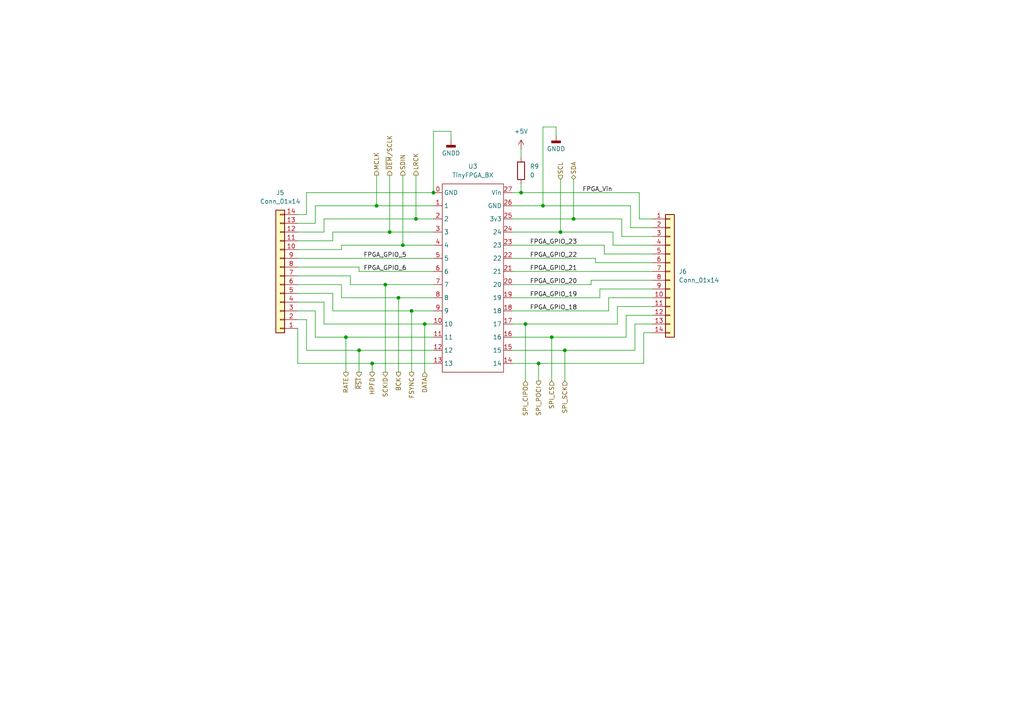
<source format=kicad_sch>
(kicad_sch (version 20211123) (generator eeschema)
  (paper "A4")
  (lib_symbols
    (symbol "Connectors:Conn_01x14" (pin_names (offset 1.016) hide)
      (property "Reference" "J" (at 0 17.78 0))
      (property "Value" "Conn_01x14" (at 0 -20.32 0))
      (symbol "Conn_01x14_1_1"
        (rectangle (start -1.27 -17.653) (end 0 -17.907) (stroke (width 0.1524)))
        (rectangle (start -1.27 -15.113) (end 0 -15.367) (stroke (width 0.1524)))
        (rectangle (start -1.27 -12.573) (end 0 -12.827) (stroke (width 0.1524)))
        (rectangle (start -1.27 -10.033) (end 0 -10.287) (stroke (width 0.1524)))
        (rectangle (start -1.27 -7.493) (end 0 -7.747) (stroke (width 0.1524)))
        (rectangle (start -1.27 -4.953) (end 0 -5.207) (stroke (width 0.1524)))
        (rectangle (start -1.27 -2.413) (end 0 -2.667) (stroke (width 0.1524)))
        (rectangle (start -1.27 0.127) (end 0 -0.127) (stroke (width 0.1524)))
        (rectangle (start -1.27 2.667) (end 0 2.413) (stroke (width 0.1524)))
        (rectangle (start -1.27 5.207) (end 0 4.953) (stroke (width 0.1524)))
        (rectangle (start -1.27 7.747) (end 0 7.493) (stroke (width 0.1524)))
        (rectangle (start -1.27 10.287) (end 0 10.033) (stroke (width 0.1524)))
        (rectangle (start -1.27 12.827) (end 0 12.573) (stroke (width 0.1524)))
        (rectangle (start -1.27 15.367) (end 0 15.113) (stroke (width 0.1524)))
        (rectangle (start -1.27 16.51) (end 1.27 -19.05) (stroke (width 0.254)) (fill (type background)))
        (pin passive line (at -5.08 15.24 0) (length 3.81) (name "Pin_1") (number "1"))
        (pin passive line (at -5.08 -7.62 0) (length 3.81) (name "Pin_10") (number "10"))
        (pin passive line (at -5.08 -10.16 0) (length 3.81) (name "Pin_11") (number "11"))
        (pin passive line (at -5.08 -12.7 0) (length 3.81) (name "Pin_12") (number "12"))
        (pin passive line (at -5.08 -15.24 0) (length 3.81) (name "Pin_13") (number "13"))
        (pin passive line (at -5.08 -17.78 0) (length 3.81) (name "Pin_14") (number "14"))
        (pin passive line (at -5.08 12.7 0) (length 3.81) (name "Pin_2") (number "2"))
        (pin passive line (at -5.08 10.16 0) (length 3.81) (name "Pin_3") (number "3"))
        (pin passive line (at -5.08 7.62 0) (length 3.81) (name "Pin_4") (number "4"))
        (pin passive line (at -5.08 5.08 0) (length 3.81) (name "Pin_5") (number "5"))
        (pin passive line (at -5.08 2.54 0) (length 3.81) (name "Pin_6") (number "6"))
        (pin passive line (at -5.08 0 0) (length 3.81) (name "Pin_7") (number "7"))
        (pin passive line (at -5.08 -2.54 0) (length 3.81) (name "Pin_8") (number "8"))
        (pin passive line (at -5.08 -5.08 0) (length 3.81) (name "Pin_9") (number "9"))
      )
    )
    (symbol "FPGA:TinyFPGA_BX"
      (property "Reference" "U" (at 0 0 0))
      (property "Value" "TinyFPGA_BX" (at 0 0 0))
      (symbol "TinyFPGA_BX_0_0"
        (pin power_in line (at 0 0 0) (length 2.54) (name "GND") (number "0"))
        (pin bidirectional line (at 0 -3.81 0) (length 2.54) (name "1") (number "1"))
        (pin bidirectional line (at 0 -38.1 0) (length 2.54) (name "10") (number "10"))
        (pin bidirectional line (at 0 -41.91 0) (length 2.54) (name "11") (number "11"))
        (pin bidirectional line (at 0 -45.72 0) (length 2.54) (name "12") (number "12"))
        (pin bidirectional line (at 0 -49.53 0) (length 2.54) (name "13") (number "13"))
        (pin bidirectional line (at 22.86 -49.53 180) (length 2.54) (name "14") (number "14"))
        (pin bidirectional line (at 22.86 -45.72 180) (length 2.54) (name "15") (number "15"))
        (pin bidirectional line (at 22.86 -41.91 180) (length 2.54) (name "16") (number "16"))
        (pin bidirectional line (at 22.86 -38.1 180) (length 2.54) (name "17") (number "17"))
        (pin bidirectional line (at 22.86 -34.29 180) (length 2.54) (name "18") (number "18"))
        (pin bidirectional line (at 22.86 -30.48 180) (length 2.54) (name "19") (number "19"))
        (pin bidirectional line (at 0 -7.62 0) (length 2.54) (name "2") (number "2"))
        (pin bidirectional line (at 22.86 -26.67 180) (length 2.54) (name "20") (number "20"))
        (pin bidirectional line (at 22.86 -22.86 180) (length 2.54) (name "21") (number "21"))
        (pin bidirectional line (at 22.86 -19.05 180) (length 2.54) (name "22") (number "22"))
        (pin bidirectional line (at 22.86 -15.24 180) (length 2.54) (name "23") (number "23"))
        (pin bidirectional line (at 22.86 -11.43 180) (length 2.54) (name "24") (number "24"))
        (pin bidirectional line (at 22.86 -7.62 180) (length 2.54) (name "3v3") (number "25"))
        (pin bidirectional line (at 22.86 -3.81 180) (length 2.54) (name "GND") (number "26"))
        (pin bidirectional line (at 22.86 0 180) (length 2.54) (name "Vin") (number "27"))
        (pin bidirectional line (at 0 -11.43 0) (length 2.54) (name "3") (number "3"))
        (pin bidirectional line (at 0 -15.24 0) (length 2.54) (name "4") (number "4"))
        (pin bidirectional line (at 0 -19.05 0) (length 2.54) (name "5") (number "5"))
        (pin bidirectional line (at 0 -22.86 0) (length 2.54) (name "6") (number "6"))
        (pin bidirectional line (at 0 -26.67 0) (length 2.54) (name "7") (number "7"))
        (pin bidirectional line (at 0 -30.48 0) (length 2.54) (name "8") (number "8"))
        (pin bidirectional line (at 0 -34.29 0) (length 2.54) (name "9") (number "9"))
      )
      (symbol "TinyFPGA_BX_0_1"
        (rectangle (start 2.54 2.54) (end 20.32 -52.07))
      )
    )
    (symbol "Resistors:R" (pin_numbers hide) (pin_names (offset 0))
      (property "Reference" "R" (at 2.032 0 90))
      (property "Value" "R" (at 0 0 90))
      (symbol "R_0_1"
        (rectangle (start -1.016 -2.54) (end 1.016 2.54) (stroke (width 0.254)))
      )
      (symbol "R_1_1"
        (pin passive line (at 0 3.81 270) (length 1.27) (name "~") (number "1"))
        (pin passive line (at 0 -3.81 90) (length 1.27) (name "~") (number "2"))
      )
    )
    (symbol "Sources:+5V" (power) (pin_names (offset 0))
      (property "Value" "+5V" (at 0 3.556 0))
      (symbol "+5V_0_1"
        (polyline (pts (xy -0.762 1.27) (xy 0 2.54)))
        (polyline (pts (xy 0 0) (xy 0 2.54)))
        (polyline (pts (xy 0 2.54) (xy 0.762 1.27)))
      )
      (symbol "+5V_1_1"
        (pin power_in line (at 0 0 90) (length 0) hide (name "+5V") (number "1"))
      )
    )
    (symbol "power:GNDD" (power) (pin_names (offset 0))
      (property "Value" "GNDD" (at 0 -3.175 0))
      (symbol "GNDD_0_1"
        (rectangle (start -1.27 -1.524) (end 1.27 -2.032) (stroke (width 0.254)) (fill (type outline)))
        (polyline (pts (xy 0 0) (xy 0 -1.524)))
      )
      (symbol "GNDD_1_1"
        (pin power_in line (at 0 0 270) (length 0) hide (name "GNDD") (number "1"))
      )
    )
  )
  (junction (at 163.83 101.6))
  (junction (at 166.37 63.5))
  (junction (at 120.65 63.5))
  (junction (at 156.21 105.41))
  (junction (at 111.76 82.55))
  (junction (at 152.4 93.98))
  (junction (at 162.56 67.31))
  (junction (at 160.02 97.79))
  (junction (at 104.14 101.6))
  (junction (at 125.73 55.88))
  (junction (at 107.95 105.41))
  (junction (at 119.38 90.17))
  (junction (at 151.13 55.88))
  (junction (at 100.33 97.79))
  (junction (at 157.48 59.69))
  (junction (at 113.03 67.31))
  (junction (at 115.57 86.36))
  (junction (at 116.84 71.12))
  (junction (at 109.22 59.69))
  (junction (at 123.19 93.98))
  (wire (pts (xy 99.06 86.36) (xy 99.06 82.55)))
  (wire (pts (xy 88.9 92.71) (xy 86.36 92.71)))
  (wire (pts (xy 88.9 101.6) (xy 88.9 92.71)))
  (wire (pts (xy 160.02 97.79) (xy 160.02 110.49)))
  (wire (pts (xy 130.81 38.1) (xy 130.81 40.64)))
  (wire (pts (xy 151.13 55.88) (xy 185.42 55.88)))
  (wire (pts (xy 172.72 74.93) (xy 172.72 76.2)))
  (wire (pts (xy 148.59 55.88) (xy 151.13 55.88)))
  (wire (pts (xy 163.83 101.6) (xy 163.83 110.49)))
  (wire (pts (xy 185.42 63.5) (xy 189.23 63.5)))
  (wire (pts (xy 91.44 97.79) (xy 91.44 90.17)))
  (wire (pts (xy 148.59 74.93) (xy 172.72 74.93)))
  (wire (pts (xy 111.76 82.55) (xy 111.76 107.95)))
  (wire (pts (xy 101.6 82.55) (xy 101.6 80.01)))
  (wire (pts (xy 123.19 93.98) (xy 123.19 107.95)))
  (wire (pts (xy 104.14 101.6) (xy 104.14 107.95)))
  (wire (pts (xy 116.84 50.8) (xy 116.84 71.12)))
  (wire (pts (xy 177.8 67.31) (xy 177.8 71.12)))
  (wire (pts (xy 125.73 38.1) (xy 130.81 38.1)))
  (wire (pts (xy 157.48 59.69) (xy 157.48 36.83)))
  (wire (pts (xy 184.15 93.98) (xy 189.23 93.98)))
  (wire (pts (xy 93.98 93.98) (xy 93.98 87.63)))
  (wire (pts (xy 91.44 90.17) (xy 86.36 90.17)))
  (wire (pts (xy 172.72 76.2) (xy 189.23 76.2)))
  (wire (pts (xy 185.42 55.88) (xy 185.42 63.5)))
  (wire (pts (xy 93.98 63.5) (xy 120.65 63.5)))
  (wire (pts (xy 151.13 43.18) (xy 151.13 45.72)))
  (wire (pts (xy 88.9 55.88) (xy 88.9 62.23)))
  (wire (pts (xy 100.33 97.79) (xy 100.33 107.95)))
  (wire (pts (xy 107.95 105.41) (xy 107.95 107.95)))
  (wire (pts (xy 96.52 85.09) (xy 86.36 85.09)))
  (wire (pts (xy 180.34 68.58) (xy 189.23 68.58)))
  (wire (pts (xy 125.73 38.1) (xy 125.73 55.88)))
  (wire (pts (xy 99.06 71.12) (xy 99.06 72.39)))
  (wire (pts (xy 119.38 90.17) (xy 119.38 107.95)))
  (wire (pts (xy 151.13 53.34) (xy 151.13 55.88)))
  (wire (pts (xy 148.59 90.17) (xy 176.53 90.17)))
  (wire (pts (xy 175.26 71.12) (xy 175.26 73.66)))
  (wire (pts (xy 182.88 66.04) (xy 189.23 66.04)))
  (wire (pts (xy 125.73 78.74) (xy 104.14 78.74)))
  (wire (pts (xy 180.34 63.5) (xy 180.34 68.58)))
  (wire (pts (xy 88.9 101.6) (xy 104.14 101.6)))
  (wire (pts (xy 156.21 105.41) (xy 186.69 105.41)))
  (wire (pts (xy 91.44 59.69) (xy 109.22 59.69)))
  (wire (pts (xy 99.06 71.12) (xy 116.84 71.12)))
  (wire (pts (xy 120.65 50.8) (xy 120.65 63.5)))
  (wire (pts (xy 93.98 67.31) (xy 86.36 67.31)))
  (wire (pts (xy 148.59 78.74) (xy 189.23 78.74)))
  (wire (pts (xy 157.48 36.83) (xy 161.29 36.83)))
  (wire (pts (xy 160.02 97.79) (xy 181.61 97.79)))
  (wire (pts (xy 111.76 82.55) (xy 125.73 82.55)))
  (wire (pts (xy 107.95 105.41) (xy 125.73 105.41)))
  (wire (pts (xy 115.57 86.36) (xy 115.57 107.95)))
  (wire (pts (xy 99.06 82.55) (xy 86.36 82.55)))
  (wire (pts (xy 96.52 67.31) (xy 96.52 69.85)))
  (wire (pts (xy 116.84 71.12) (xy 125.73 71.12)))
  (wire (pts (xy 175.26 73.66) (xy 189.23 73.66)))
  (wire (pts (xy 148.59 93.98) (xy 152.4 93.98)))
  (wire (pts (xy 156.21 105.41) (xy 156.21 110.49)))
  (wire (pts (xy 166.37 52.07) (xy 166.37 63.5)))
  (wire (pts (xy 148.59 105.41) (xy 156.21 105.41)))
  (wire (pts (xy 120.65 63.5) (xy 125.73 63.5)))
  (wire (pts (xy 99.06 86.36) (xy 115.57 86.36)))
  (wire (pts (xy 186.69 96.52) (xy 189.23 96.52)))
  (wire (pts (xy 148.59 97.79) (xy 160.02 97.79)))
  (wire (pts (xy 93.98 93.98) (xy 123.19 93.98)))
  (wire (pts (xy 171.45 81.28) (xy 189.23 81.28)))
  (wire (pts (xy 184.15 101.6) (xy 184.15 93.98)))
  (wire (pts (xy 162.56 67.31) (xy 177.8 67.31)))
  (wire (pts (xy 181.61 91.44) (xy 189.23 91.44)))
  (wire (pts (xy 148.59 101.6) (xy 163.83 101.6)))
  (wire (pts (xy 148.59 71.12) (xy 175.26 71.12)))
  (wire (pts (xy 93.98 87.63) (xy 86.36 87.63)))
  (wire (pts (xy 86.36 105.41) (xy 86.36 95.25)))
  (wire (pts (xy 152.4 93.98) (xy 179.07 93.98)))
  (wire (pts (xy 162.56 52.07) (xy 162.56 67.31)))
  (wire (pts (xy 148.59 59.69) (xy 157.48 59.69)))
  (wire (pts (xy 148.59 67.31) (xy 162.56 67.31)))
  (wire (pts (xy 88.9 62.23) (xy 86.36 62.23)))
  (wire (pts (xy 104.14 101.6) (xy 125.73 101.6)))
  (wire (pts (xy 171.45 82.55) (xy 171.45 81.28)))
  (wire (pts (xy 96.52 90.17) (xy 119.38 90.17)))
  (wire (pts (xy 109.22 50.8) (xy 109.22 59.69)))
  (wire (pts (xy 161.29 36.83) (xy 161.29 39.37)))
  (wire (pts (xy 86.36 74.93) (xy 125.73 74.93)))
  (wire (pts (xy 166.37 63.5) (xy 180.34 63.5)))
  (wire (pts (xy 176.53 86.36) (xy 189.23 86.36)))
  (wire (pts (xy 157.48 59.69) (xy 182.88 59.69)))
  (wire (pts (xy 86.36 80.01) (xy 101.6 80.01)))
  (wire (pts (xy 115.57 86.36) (xy 125.73 86.36)))
  (wire (pts (xy 96.52 90.17) (xy 96.52 85.09)))
  (wire (pts (xy 176.53 90.17) (xy 176.53 86.36)))
  (wire (pts (xy 186.69 105.41) (xy 186.69 96.52)))
  (wire (pts (xy 99.06 72.39) (xy 86.36 72.39)))
  (wire (pts (xy 113.03 50.8) (xy 113.03 67.31)))
  (wire (pts (xy 148.59 86.36) (xy 173.99 86.36)))
  (wire (pts (xy 148.59 82.55) (xy 171.45 82.55)))
  (wire (pts (xy 148.59 63.5) (xy 166.37 63.5)))
  (wire (pts (xy 86.36 105.41) (xy 107.95 105.41)))
  (wire (pts (xy 125.73 55.88) (xy 88.9 55.88)))
  (wire (pts (xy 93.98 63.5) (xy 93.98 67.31)))
  (wire (pts (xy 152.4 93.98) (xy 152.4 110.49)))
  (wire (pts (xy 101.6 82.55) (xy 111.76 82.55)))
  (wire (pts (xy 96.52 69.85) (xy 86.36 69.85)))
  (wire (pts (xy 104.14 78.74) (xy 104.14 77.47)))
  (wire (pts (xy 173.99 86.36) (xy 173.99 83.82)))
  (wire (pts (xy 100.33 97.79) (xy 125.73 97.79)))
  (wire (pts (xy 91.44 59.69) (xy 91.44 64.77)))
  (wire (pts (xy 109.22 59.69) (xy 125.73 59.69)))
  (wire (pts (xy 119.38 90.17) (xy 125.73 90.17)))
  (wire (pts (xy 113.03 67.31) (xy 125.73 67.31)))
  (wire (pts (xy 91.44 64.77) (xy 86.36 64.77)))
  (wire (pts (xy 182.88 59.69) (xy 182.88 66.04)))
  (wire (pts (xy 91.44 97.79) (xy 100.33 97.79)))
  (wire (pts (xy 104.14 77.47) (xy 86.36 77.47)))
  (wire (pts (xy 179.07 93.98) (xy 179.07 88.9)))
  (wire (pts (xy 163.83 101.6) (xy 184.15 101.6)))
  (wire (pts (xy 173.99 83.82) (xy 189.23 83.82)))
  (wire (pts (xy 123.19 93.98) (xy 125.73 93.98)))
  (wire (pts (xy 96.52 67.31) (xy 113.03 67.31)))
  (wire (pts (xy 181.61 97.79) (xy 181.61 91.44)))
  (wire (pts (xy 179.07 88.9) (xy 189.23 88.9)))
  (wire (pts (xy 177.8 71.12) (xy 189.23 71.12)))
  (label "FPGA_GPIO_21" (at 153.67 78.74 0))
  (label "FPGA_GPIO_5" (at 105.41 74.93 0))
  (label "FPGA_GPIO_6" (at 105.41 78.74 0))
  (label "FPGA_Vin" (at 168.91 55.88 0))
  (label "FPGA_GPIO_23" (at 153.67 71.12 0))
  (label "FPGA_GPIO_18" (at 153.67 90.17 0))
  (label "FPGA_GPIO_20" (at 153.67 82.55 0))
  (label "FPGA_GPIO_22" (at 153.67 74.93 0))
  (label "FPGA_GPIO_19" (at 153.67 86.36 0))
  (hierarchical_label "SCL" (shape input) (at 162.56 52.07 90))
  (hierarchical_label "SCKID" (shape output) (at 111.76 107.95 270))
  (hierarchical_label "BCK" (shape output) (at 115.57 107.95 270))
  (hierarchical_label "SPI_CS" (shape input) (at 160.02 110.49 270))
  (hierarchical_label "HPFD" (shape output) (at 107.95 107.95 270))
  (hierarchical_label "~{RST}" (shape output) (at 104.14 107.95 270))
  (hierarchical_label "SPI_CIPO" (shape input) (at 152.4 110.49 270))
  (hierarchical_label "~{DEM}{slash}SCLK" (shape output) (at 113.03 50.8 90))
  (hierarchical_label "LRCK" (shape output) (at 120.65 50.8 90))
  (hierarchical_label "SDIN" (shape output) (at 116.84 50.8 90))
  (hierarchical_label "RATE" (shape output) (at 100.33 107.95 270))
  (hierarchical_label "SDA" (shape bidirectional) (at 166.37 52.07 90))
  (hierarchical_label "SPI_SCK" (shape input) (at 163.83 110.49 270))
  (hierarchical_label "DATA" (shape input) (at 123.19 107.95 270))
  (hierarchical_label "FSYNC" (shape output) (at 119.38 107.95 270))
  (hierarchical_label "SPI_POCI" (shape output) (at 156.21 110.49 270))
  (hierarchical_label "MCLK" (shape output) (at 109.22 50.8 90))
  (symbol (lib_id "Sources:+5V") (at 151.13 43.18 0) (unit 1)
    (property "Reference" "#PWR0116" (effects hide))
    (property "Value" "+5V" (at 151.13 38.1 0))
  )
  (symbol (lib_id "Connectors:Conn_01x14") (at 194.31 78.74 0) (unit 1)
    (property "Reference" "J6" (at 196.85 78.7399 0) (effects (justify left)))
    (property "Value" "Conn_01x14" (at 196.85 81.2799 0) (effects (justify left)))
    (property "Footprint" "Connector_PinSocket_2.54mm:PinSocket_1x14_P2.54mm_Vertical" (effects hide))
  )
  (symbol (lib_id "power:GNDD") (at 161.29 39.37 0) (unit 1)
    (property "Reference" "#PWR0115" (effects hide))
    (property "Value" "GNDD" (at 161.29 43.18 0))
  )
  (symbol (lib_id "Connectors:Conn_01x14") (at 81.28 80.01 180) (unit 1)
    (property "Reference" "J5" (at 81.28 55.88 0))
    (property "Value" "Conn_01x14" (at 81.28 58.42 0))
    (property "Footprint" "Connector_PinSocket_2.54mm:PinSocket_1x14_P2.54mm_Vertical" (effects hide))
  )
  (symbol (lib_id "power:GNDD") (at 130.81 40.64 0) (unit 1)
    (property "Reference" "#PWR0114" (effects hide))
    (property "Value" "GNDD" (at 130.81 44.45 0))
  )
  (symbol (lib_id "Resistors:R") (at 151.13 49.53 0) (unit 1)
    (property "Reference" "R9" (at 153.67 48.2599 0) (effects (justify left)))
    (property "Value" "0" (at 153.67 50.7999 0) (effects (justify left)))
    (property "Footprint" "Resistor_SMD:R_0805_2012Metric" (effects hide))
  )
  (symbol (lib_id "FPGA:TinyFPGA_BX") (at 125.73 55.88 0) (unit 1)
    (property "Reference" "U3" (at 137.16 48.26 0))
    (property "Value" "TinyFPGA_BX" (at 137.16 50.8 0))
    (property "Footprint" "Homemade:TinyFPGA BX" (effects hide))
  )
)
</source>
